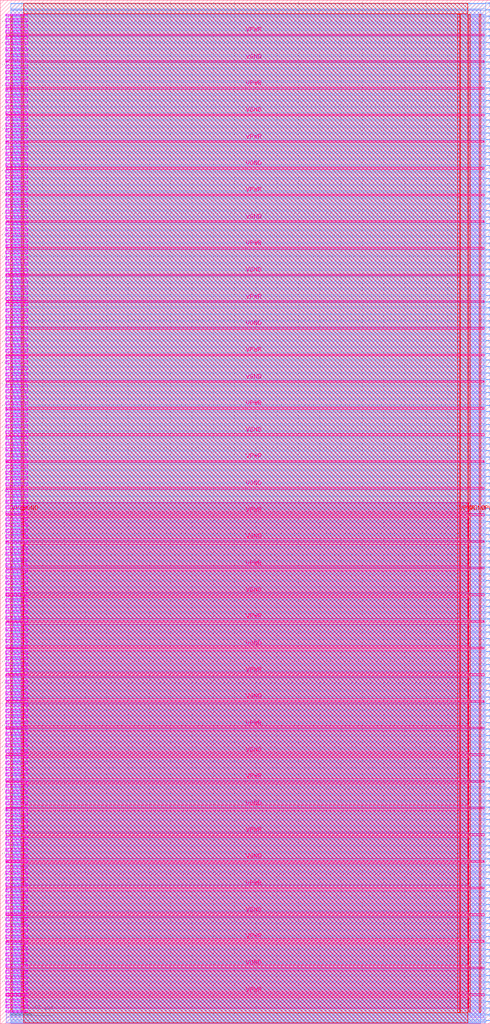
<source format=lef>
VERSION 5.7 ;
  NOWIREEXTENSIONATPIN ON ;
  DIVIDERCHAR "/" ;
  BUSBITCHARS "[]" ;
MACRO storage
  CLASS BLOCK ;
  FOREIGN storage ;
  ORIGIN 0.000 0.000 ;
  SIZE 460.000 BY 960.000 ;
  PIN mgmt_addr[0]
    DIRECTION INPUT ;
    USE SIGNAL ;
    PORT
      LAYER met3 ;
        RECT 456.000 440.000 460.000 440.600 ;
    END
  END mgmt_addr[0]
  PIN mgmt_addr[1]
    DIRECTION INPUT ;
    USE SIGNAL ;
    PORT
      LAYER met3 ;
        RECT 456.000 446.120 460.000 446.720 ;
    END
  END mgmt_addr[1]
  PIN mgmt_addr[2]
    DIRECTION INPUT ;
    USE SIGNAL ;
    PORT
      LAYER met3 ;
        RECT 456.000 452.240 460.000 452.840 ;
    END
  END mgmt_addr[2]
  PIN mgmt_addr[3]
    DIRECTION INPUT ;
    USE SIGNAL ;
    PORT
      LAYER met3 ;
        RECT 456.000 458.360 460.000 458.960 ;
    END
  END mgmt_addr[3]
  PIN mgmt_addr[4]
    DIRECTION INPUT ;
    USE SIGNAL ;
    PORT
      LAYER met3 ;
        RECT 456.000 464.480 460.000 465.080 ;
    END
  END mgmt_addr[4]
  PIN mgmt_addr[5]
    DIRECTION INPUT ;
    USE SIGNAL ;
    PORT
      LAYER met3 ;
        RECT 456.000 470.600 460.000 471.200 ;
    END
  END mgmt_addr[5]
  PIN mgmt_addr[6]
    DIRECTION INPUT ;
    USE SIGNAL ;
    PORT
      LAYER met3 ;
        RECT 456.000 476.720 460.000 477.320 ;
    END
  END mgmt_addr[6]
  PIN mgmt_addr[7]
    DIRECTION INPUT ;
    USE SIGNAL ;
    PORT
      LAYER met3 ;
        RECT 456.000 482.840 460.000 483.440 ;
    END
  END mgmt_addr[7]
  PIN mgmt_addr_ro[0]
    DIRECTION INPUT ;
    USE SIGNAL ;
    PORT
      LAYER met3 ;
        RECT 456.000 488.280 460.000 488.880 ;
    END
  END mgmt_addr_ro[0]
  PIN mgmt_addr_ro[1]
    DIRECTION INPUT ;
    USE SIGNAL ;
    PORT
      LAYER met3 ;
        RECT 456.000 494.400 460.000 495.000 ;
    END
  END mgmt_addr_ro[1]
  PIN mgmt_addr_ro[2]
    DIRECTION INPUT ;
    USE SIGNAL ;
    PORT
      LAYER met3 ;
        RECT 456.000 500.520 460.000 501.120 ;
    END
  END mgmt_addr_ro[2]
  PIN mgmt_addr_ro[3]
    DIRECTION INPUT ;
    USE SIGNAL ;
    PORT
      LAYER met3 ;
        RECT 456.000 506.640 460.000 507.240 ;
    END
  END mgmt_addr_ro[3]
  PIN mgmt_addr_ro[4]
    DIRECTION INPUT ;
    USE SIGNAL ;
    PORT
      LAYER met3 ;
        RECT 456.000 512.760 460.000 513.360 ;
    END
  END mgmt_addr_ro[4]
  PIN mgmt_addr_ro[5]
    DIRECTION INPUT ;
    USE SIGNAL ;
    PORT
      LAYER met3 ;
        RECT 456.000 518.880 460.000 519.480 ;
    END
  END mgmt_addr_ro[5]
  PIN mgmt_addr_ro[6]
    DIRECTION INPUT ;
    USE SIGNAL ;
    PORT
      LAYER met3 ;
        RECT 456.000 525.000 460.000 525.600 ;
    END
  END mgmt_addr_ro[6]
  PIN mgmt_addr_ro[7]
    DIRECTION INPUT ;
    USE SIGNAL ;
    PORT
      LAYER met3 ;
        RECT 456.000 531.120 460.000 531.720 ;
    END
  END mgmt_addr_ro[7]
  PIN mgmt_clk
    DIRECTION INPUT ;
    USE SIGNAL ;
    PORT
      LAYER met3 ;
        RECT 456.000 433.880 460.000 434.480 ;
    END
  END mgmt_clk
  PIN mgmt_ena[0]
    DIRECTION INPUT ;
    USE SIGNAL ;
    PORT
      LAYER met3 ;
        RECT 456.000 2.760 460.000 3.360 ;
    END
  END mgmt_ena[0]
  PIN mgmt_ena[1]
    DIRECTION INPUT ;
    USE SIGNAL ;
    PORT
      LAYER met3 ;
        RECT 456.000 731.720 460.000 732.320 ;
    END
  END mgmt_ena[1]
  PIN mgmt_ena_ro
    DIRECTION INPUT ;
    USE SIGNAL ;
    PORT
      LAYER met3 ;
        RECT 456.000 8.200 460.000 8.800 ;
    END
  END mgmt_ena_ro
  PIN mgmt_rdata[0]
    DIRECTION OUTPUT TRISTATE ;
    USE SIGNAL ;
    PORT
      LAYER met3 ;
        RECT 456.000 44.920 460.000 45.520 ;
    END
  END mgmt_rdata[0]
  PIN mgmt_rdata[10]
    DIRECTION OUTPUT TRISTATE ;
    USE SIGNAL ;
    PORT
      LAYER met3 ;
        RECT 456.000 105.440 460.000 106.040 ;
    END
  END mgmt_rdata[10]
  PIN mgmt_rdata[11]
    DIRECTION OUTPUT TRISTATE ;
    USE SIGNAL ;
    PORT
      LAYER met3 ;
        RECT 456.000 111.560 460.000 112.160 ;
    END
  END mgmt_rdata[11]
  PIN mgmt_rdata[12]
    DIRECTION OUTPUT TRISTATE ;
    USE SIGNAL ;
    PORT
      LAYER met3 ;
        RECT 456.000 117.680 460.000 118.280 ;
    END
  END mgmt_rdata[12]
  PIN mgmt_rdata[13]
    DIRECTION OUTPUT TRISTATE ;
    USE SIGNAL ;
    PORT
      LAYER met3 ;
        RECT 456.000 123.800 460.000 124.400 ;
    END
  END mgmt_rdata[13]
  PIN mgmt_rdata[14]
    DIRECTION OUTPUT TRISTATE ;
    USE SIGNAL ;
    PORT
      LAYER met3 ;
        RECT 456.000 129.920 460.000 130.520 ;
    END
  END mgmt_rdata[14]
  PIN mgmt_rdata[15]
    DIRECTION OUTPUT TRISTATE ;
    USE SIGNAL ;
    PORT
      LAYER met3 ;
        RECT 456.000 136.040 460.000 136.640 ;
    END
  END mgmt_rdata[15]
  PIN mgmt_rdata[16]
    DIRECTION OUTPUT TRISTATE ;
    USE SIGNAL ;
    PORT
      LAYER met3 ;
        RECT 456.000 142.160 460.000 142.760 ;
    END
  END mgmt_rdata[16]
  PIN mgmt_rdata[17]
    DIRECTION OUTPUT TRISTATE ;
    USE SIGNAL ;
    PORT
      LAYER met3 ;
        RECT 456.000 148.280 460.000 148.880 ;
    END
  END mgmt_rdata[17]
  PIN mgmt_rdata[18]
    DIRECTION OUTPUT TRISTATE ;
    USE SIGNAL ;
    PORT
      LAYER met3 ;
        RECT 456.000 154.400 460.000 155.000 ;
    END
  END mgmt_rdata[18]
  PIN mgmt_rdata[19]
    DIRECTION OUTPUT TRISTATE ;
    USE SIGNAL ;
    PORT
      LAYER met3 ;
        RECT 456.000 160.520 460.000 161.120 ;
    END
  END mgmt_rdata[19]
  PIN mgmt_rdata[1]
    DIRECTION OUTPUT TRISTATE ;
    USE SIGNAL ;
    PORT
      LAYER met3 ;
        RECT 456.000 51.040 460.000 51.640 ;
    END
  END mgmt_rdata[1]
  PIN mgmt_rdata[20]
    DIRECTION OUTPUT TRISTATE ;
    USE SIGNAL ;
    PORT
      LAYER met3 ;
        RECT 456.000 166.640 460.000 167.240 ;
    END
  END mgmt_rdata[20]
  PIN mgmt_rdata[21]
    DIRECTION OUTPUT TRISTATE ;
    USE SIGNAL ;
    PORT
      LAYER met3 ;
        RECT 456.000 172.760 460.000 173.360 ;
    END
  END mgmt_rdata[21]
  PIN mgmt_rdata[22]
    DIRECTION OUTPUT TRISTATE ;
    USE SIGNAL ;
    PORT
      LAYER met3 ;
        RECT 456.000 178.880 460.000 179.480 ;
    END
  END mgmt_rdata[22]
  PIN mgmt_rdata[23]
    DIRECTION OUTPUT TRISTATE ;
    USE SIGNAL ;
    PORT
      LAYER met3 ;
        RECT 456.000 185.000 460.000 185.600 ;
    END
  END mgmt_rdata[23]
  PIN mgmt_rdata[24]
    DIRECTION OUTPUT TRISTATE ;
    USE SIGNAL ;
    PORT
      LAYER met3 ;
        RECT 456.000 191.120 460.000 191.720 ;
    END
  END mgmt_rdata[24]
  PIN mgmt_rdata[25]
    DIRECTION OUTPUT TRISTATE ;
    USE SIGNAL ;
    PORT
      LAYER met3 ;
        RECT 456.000 196.560 460.000 197.160 ;
    END
  END mgmt_rdata[25]
  PIN mgmt_rdata[26]
    DIRECTION OUTPUT TRISTATE ;
    USE SIGNAL ;
    PORT
      LAYER met3 ;
        RECT 456.000 202.680 460.000 203.280 ;
    END
  END mgmt_rdata[26]
  PIN mgmt_rdata[27]
    DIRECTION OUTPUT TRISTATE ;
    USE SIGNAL ;
    PORT
      LAYER met3 ;
        RECT 456.000 208.800 460.000 209.400 ;
    END
  END mgmt_rdata[27]
  PIN mgmt_rdata[28]
    DIRECTION OUTPUT TRISTATE ;
    USE SIGNAL ;
    PORT
      LAYER met3 ;
        RECT 456.000 214.920 460.000 215.520 ;
    END
  END mgmt_rdata[28]
  PIN mgmt_rdata[29]
    DIRECTION OUTPUT TRISTATE ;
    USE SIGNAL ;
    PORT
      LAYER met3 ;
        RECT 456.000 221.040 460.000 221.640 ;
    END
  END mgmt_rdata[29]
  PIN mgmt_rdata[2]
    DIRECTION OUTPUT TRISTATE ;
    USE SIGNAL ;
    PORT
      LAYER met3 ;
        RECT 456.000 57.160 460.000 57.760 ;
    END
  END mgmt_rdata[2]
  PIN mgmt_rdata[30]
    DIRECTION OUTPUT TRISTATE ;
    USE SIGNAL ;
    PORT
      LAYER met3 ;
        RECT 456.000 227.160 460.000 227.760 ;
    END
  END mgmt_rdata[30]
  PIN mgmt_rdata[31]
    DIRECTION OUTPUT TRISTATE ;
    USE SIGNAL ;
    PORT
      LAYER met3 ;
        RECT 456.000 233.280 460.000 233.880 ;
    END
  END mgmt_rdata[31]
  PIN mgmt_rdata[32]
    DIRECTION OUTPUT TRISTATE ;
    USE SIGNAL ;
    PORT
      LAYER met3 ;
        RECT 456.000 768.440 460.000 769.040 ;
    END
  END mgmt_rdata[32]
  PIN mgmt_rdata[33]
    DIRECTION OUTPUT TRISTATE ;
    USE SIGNAL ;
    PORT
      LAYER met3 ;
        RECT 456.000 773.880 460.000 774.480 ;
    END
  END mgmt_rdata[33]
  PIN mgmt_rdata[34]
    DIRECTION OUTPUT TRISTATE ;
    USE SIGNAL ;
    PORT
      LAYER met3 ;
        RECT 456.000 780.000 460.000 780.600 ;
    END
  END mgmt_rdata[34]
  PIN mgmt_rdata[35]
    DIRECTION OUTPUT TRISTATE ;
    USE SIGNAL ;
    PORT
      LAYER met3 ;
        RECT 456.000 786.120 460.000 786.720 ;
    END
  END mgmt_rdata[35]
  PIN mgmt_rdata[36]
    DIRECTION OUTPUT TRISTATE ;
    USE SIGNAL ;
    PORT
      LAYER met3 ;
        RECT 456.000 792.240 460.000 792.840 ;
    END
  END mgmt_rdata[36]
  PIN mgmt_rdata[37]
    DIRECTION OUTPUT TRISTATE ;
    USE SIGNAL ;
    PORT
      LAYER met3 ;
        RECT 456.000 798.360 460.000 798.960 ;
    END
  END mgmt_rdata[37]
  PIN mgmt_rdata[38]
    DIRECTION OUTPUT TRISTATE ;
    USE SIGNAL ;
    PORT
      LAYER met3 ;
        RECT 456.000 804.480 460.000 805.080 ;
    END
  END mgmt_rdata[38]
  PIN mgmt_rdata[39]
    DIRECTION OUTPUT TRISTATE ;
    USE SIGNAL ;
    PORT
      LAYER met3 ;
        RECT 456.000 810.600 460.000 811.200 ;
    END
  END mgmt_rdata[39]
  PIN mgmt_rdata[3]
    DIRECTION OUTPUT TRISTATE ;
    USE SIGNAL ;
    PORT
      LAYER met3 ;
        RECT 456.000 63.280 460.000 63.880 ;
    END
  END mgmt_rdata[3]
  PIN mgmt_rdata[40]
    DIRECTION OUTPUT TRISTATE ;
    USE SIGNAL ;
    PORT
      LAYER met3 ;
        RECT 456.000 816.720 460.000 817.320 ;
    END
  END mgmt_rdata[40]
  PIN mgmt_rdata[41]
    DIRECTION OUTPUT TRISTATE ;
    USE SIGNAL ;
    PORT
      LAYER met3 ;
        RECT 456.000 822.840 460.000 823.440 ;
    END
  END mgmt_rdata[41]
  PIN mgmt_rdata[42]
    DIRECTION OUTPUT TRISTATE ;
    USE SIGNAL ;
    PORT
      LAYER met3 ;
        RECT 456.000 828.960 460.000 829.560 ;
    END
  END mgmt_rdata[42]
  PIN mgmt_rdata[43]
    DIRECTION OUTPUT TRISTATE ;
    USE SIGNAL ;
    PORT
      LAYER met3 ;
        RECT 456.000 835.080 460.000 835.680 ;
    END
  END mgmt_rdata[43]
  PIN mgmt_rdata[44]
    DIRECTION OUTPUT TRISTATE ;
    USE SIGNAL ;
    PORT
      LAYER met3 ;
        RECT 456.000 841.200 460.000 841.800 ;
    END
  END mgmt_rdata[44]
  PIN mgmt_rdata[45]
    DIRECTION OUTPUT TRISTATE ;
    USE SIGNAL ;
    PORT
      LAYER met3 ;
        RECT 456.000 847.320 460.000 847.920 ;
    END
  END mgmt_rdata[45]
  PIN mgmt_rdata[46]
    DIRECTION OUTPUT TRISTATE ;
    USE SIGNAL ;
    PORT
      LAYER met3 ;
        RECT 456.000 853.440 460.000 854.040 ;
    END
  END mgmt_rdata[46]
  PIN mgmt_rdata[47]
    DIRECTION OUTPUT TRISTATE ;
    USE SIGNAL ;
    PORT
      LAYER met3 ;
        RECT 456.000 859.560 460.000 860.160 ;
    END
  END mgmt_rdata[47]
  PIN mgmt_rdata[48]
    DIRECTION OUTPUT TRISTATE ;
    USE SIGNAL ;
    PORT
      LAYER met3 ;
        RECT 456.000 865.680 460.000 866.280 ;
    END
  END mgmt_rdata[48]
  PIN mgmt_rdata[49]
    DIRECTION OUTPUT TRISTATE ;
    USE SIGNAL ;
    PORT
      LAYER met3 ;
        RECT 456.000 871.120 460.000 871.720 ;
    END
  END mgmt_rdata[49]
  PIN mgmt_rdata[4]
    DIRECTION OUTPUT TRISTATE ;
    USE SIGNAL ;
    PORT
      LAYER met3 ;
        RECT 456.000 69.400 460.000 70.000 ;
    END
  END mgmt_rdata[4]
  PIN mgmt_rdata[50]
    DIRECTION OUTPUT TRISTATE ;
    USE SIGNAL ;
    PORT
      LAYER met3 ;
        RECT 456.000 877.240 460.000 877.840 ;
    END
  END mgmt_rdata[50]
  PIN mgmt_rdata[51]
    DIRECTION OUTPUT TRISTATE ;
    USE SIGNAL ;
    PORT
      LAYER met3 ;
        RECT 456.000 883.360 460.000 883.960 ;
    END
  END mgmt_rdata[51]
  PIN mgmt_rdata[52]
    DIRECTION OUTPUT TRISTATE ;
    USE SIGNAL ;
    PORT
      LAYER met3 ;
        RECT 456.000 889.480 460.000 890.080 ;
    END
  END mgmt_rdata[52]
  PIN mgmt_rdata[53]
    DIRECTION OUTPUT TRISTATE ;
    USE SIGNAL ;
    PORT
      LAYER met3 ;
        RECT 456.000 895.600 460.000 896.200 ;
    END
  END mgmt_rdata[53]
  PIN mgmt_rdata[54]
    DIRECTION OUTPUT TRISTATE ;
    USE SIGNAL ;
    PORT
      LAYER met3 ;
        RECT 456.000 901.720 460.000 902.320 ;
    END
  END mgmt_rdata[54]
  PIN mgmt_rdata[55]
    DIRECTION OUTPUT TRISTATE ;
    USE SIGNAL ;
    PORT
      LAYER met3 ;
        RECT 456.000 907.840 460.000 908.440 ;
    END
  END mgmt_rdata[55]
  PIN mgmt_rdata[56]
    DIRECTION OUTPUT TRISTATE ;
    USE SIGNAL ;
    PORT
      LAYER met3 ;
        RECT 456.000 913.960 460.000 914.560 ;
    END
  END mgmt_rdata[56]
  PIN mgmt_rdata[57]
    DIRECTION OUTPUT TRISTATE ;
    USE SIGNAL ;
    PORT
      LAYER met3 ;
        RECT 456.000 920.080 460.000 920.680 ;
    END
  END mgmt_rdata[57]
  PIN mgmt_rdata[58]
    DIRECTION OUTPUT TRISTATE ;
    USE SIGNAL ;
    PORT
      LAYER met3 ;
        RECT 456.000 926.200 460.000 926.800 ;
    END
  END mgmt_rdata[58]
  PIN mgmt_rdata[59]
    DIRECTION OUTPUT TRISTATE ;
    USE SIGNAL ;
    PORT
      LAYER met3 ;
        RECT 456.000 932.320 460.000 932.920 ;
    END
  END mgmt_rdata[59]
  PIN mgmt_rdata[5]
    DIRECTION OUTPUT TRISTATE ;
    USE SIGNAL ;
    PORT
      LAYER met3 ;
        RECT 456.000 75.520 460.000 76.120 ;
    END
  END mgmt_rdata[5]
  PIN mgmt_rdata[60]
    DIRECTION OUTPUT TRISTATE ;
    USE SIGNAL ;
    PORT
      LAYER met3 ;
        RECT 456.000 938.440 460.000 939.040 ;
    END
  END mgmt_rdata[60]
  PIN mgmt_rdata[61]
    DIRECTION OUTPUT TRISTATE ;
    USE SIGNAL ;
    PORT
      LAYER met3 ;
        RECT 456.000 944.560 460.000 945.160 ;
    END
  END mgmt_rdata[61]
  PIN mgmt_rdata[62]
    DIRECTION OUTPUT TRISTATE ;
    USE SIGNAL ;
    PORT
      LAYER met3 ;
        RECT 456.000 950.680 460.000 951.280 ;
    END
  END mgmt_rdata[62]
  PIN mgmt_rdata[63]
    DIRECTION OUTPUT TRISTATE ;
    USE SIGNAL ;
    PORT
      LAYER met3 ;
        RECT 456.000 956.800 460.000 957.400 ;
    END
  END mgmt_rdata[63]
  PIN mgmt_rdata[6]
    DIRECTION OUTPUT TRISTATE ;
    USE SIGNAL ;
    PORT
      LAYER met3 ;
        RECT 456.000 81.640 460.000 82.240 ;
    END
  END mgmt_rdata[6]
  PIN mgmt_rdata[7]
    DIRECTION OUTPUT TRISTATE ;
    USE SIGNAL ;
    PORT
      LAYER met3 ;
        RECT 456.000 87.760 460.000 88.360 ;
    END
  END mgmt_rdata[7]
  PIN mgmt_rdata[8]
    DIRECTION OUTPUT TRISTATE ;
    USE SIGNAL ;
    PORT
      LAYER met3 ;
        RECT 456.000 93.880 460.000 94.480 ;
    END
  END mgmt_rdata[8]
  PIN mgmt_rdata[9]
    DIRECTION OUTPUT TRISTATE ;
    USE SIGNAL ;
    PORT
      LAYER met3 ;
        RECT 456.000 99.320 460.000 99.920 ;
    END
  END mgmt_rdata[9]
  PIN mgmt_rdata_ro[0]
    DIRECTION OUTPUT TRISTATE ;
    USE SIGNAL ;
    PORT
      LAYER met3 ;
        RECT 456.000 239.400 460.000 240.000 ;
    END
  END mgmt_rdata_ro[0]
  PIN mgmt_rdata_ro[10]
    DIRECTION OUTPUT TRISTATE ;
    USE SIGNAL ;
    PORT
      LAYER met3 ;
        RECT 456.000 299.920 460.000 300.520 ;
    END
  END mgmt_rdata_ro[10]
  PIN mgmt_rdata_ro[11]
    DIRECTION OUTPUT TRISTATE ;
    USE SIGNAL ;
    PORT
      LAYER met3 ;
        RECT 456.000 306.040 460.000 306.640 ;
    END
  END mgmt_rdata_ro[11]
  PIN mgmt_rdata_ro[12]
    DIRECTION OUTPUT TRISTATE ;
    USE SIGNAL ;
    PORT
      LAYER met3 ;
        RECT 456.000 312.160 460.000 312.760 ;
    END
  END mgmt_rdata_ro[12]
  PIN mgmt_rdata_ro[13]
    DIRECTION OUTPUT TRISTATE ;
    USE SIGNAL ;
    PORT
      LAYER met3 ;
        RECT 456.000 318.280 460.000 318.880 ;
    END
  END mgmt_rdata_ro[13]
  PIN mgmt_rdata_ro[14]
    DIRECTION OUTPUT TRISTATE ;
    USE SIGNAL ;
    PORT
      LAYER met3 ;
        RECT 456.000 324.400 460.000 325.000 ;
    END
  END mgmt_rdata_ro[14]
  PIN mgmt_rdata_ro[15]
    DIRECTION OUTPUT TRISTATE ;
    USE SIGNAL ;
    PORT
      LAYER met3 ;
        RECT 456.000 330.520 460.000 331.120 ;
    END
  END mgmt_rdata_ro[15]
  PIN mgmt_rdata_ro[16]
    DIRECTION OUTPUT TRISTATE ;
    USE SIGNAL ;
    PORT
      LAYER met3 ;
        RECT 456.000 336.640 460.000 337.240 ;
    END
  END mgmt_rdata_ro[16]
  PIN mgmt_rdata_ro[17]
    DIRECTION OUTPUT TRISTATE ;
    USE SIGNAL ;
    PORT
      LAYER met3 ;
        RECT 456.000 342.760 460.000 343.360 ;
    END
  END mgmt_rdata_ro[17]
  PIN mgmt_rdata_ro[18]
    DIRECTION OUTPUT TRISTATE ;
    USE SIGNAL ;
    PORT
      LAYER met3 ;
        RECT 456.000 348.880 460.000 349.480 ;
    END
  END mgmt_rdata_ro[18]
  PIN mgmt_rdata_ro[19]
    DIRECTION OUTPUT TRISTATE ;
    USE SIGNAL ;
    PORT
      LAYER met3 ;
        RECT 456.000 355.000 460.000 355.600 ;
    END
  END mgmt_rdata_ro[19]
  PIN mgmt_rdata_ro[1]
    DIRECTION OUTPUT TRISTATE ;
    USE SIGNAL ;
    PORT
      LAYER met3 ;
        RECT 456.000 245.520 460.000 246.120 ;
    END
  END mgmt_rdata_ro[1]
  PIN mgmt_rdata_ro[20]
    DIRECTION OUTPUT TRISTATE ;
    USE SIGNAL ;
    PORT
      LAYER met3 ;
        RECT 456.000 361.120 460.000 361.720 ;
    END
  END mgmt_rdata_ro[20]
  PIN mgmt_rdata_ro[21]
    DIRECTION OUTPUT TRISTATE ;
    USE SIGNAL ;
    PORT
      LAYER met3 ;
        RECT 456.000 367.240 460.000 367.840 ;
    END
  END mgmt_rdata_ro[21]
  PIN mgmt_rdata_ro[22]
    DIRECTION OUTPUT TRISTATE ;
    USE SIGNAL ;
    PORT
      LAYER met3 ;
        RECT 456.000 373.360 460.000 373.960 ;
    END
  END mgmt_rdata_ro[22]
  PIN mgmt_rdata_ro[23]
    DIRECTION OUTPUT TRISTATE ;
    USE SIGNAL ;
    PORT
      LAYER met3 ;
        RECT 456.000 379.480 460.000 380.080 ;
    END
  END mgmt_rdata_ro[23]
  PIN mgmt_rdata_ro[24]
    DIRECTION OUTPUT TRISTATE ;
    USE SIGNAL ;
    PORT
      LAYER met3 ;
        RECT 456.000 385.600 460.000 386.200 ;
    END
  END mgmt_rdata_ro[24]
  PIN mgmt_rdata_ro[25]
    DIRECTION OUTPUT TRISTATE ;
    USE SIGNAL ;
    PORT
      LAYER met3 ;
        RECT 456.000 391.040 460.000 391.640 ;
    END
  END mgmt_rdata_ro[25]
  PIN mgmt_rdata_ro[26]
    DIRECTION OUTPUT TRISTATE ;
    USE SIGNAL ;
    PORT
      LAYER met3 ;
        RECT 456.000 397.160 460.000 397.760 ;
    END
  END mgmt_rdata_ro[26]
  PIN mgmt_rdata_ro[27]
    DIRECTION OUTPUT TRISTATE ;
    USE SIGNAL ;
    PORT
      LAYER met3 ;
        RECT 456.000 403.280 460.000 403.880 ;
    END
  END mgmt_rdata_ro[27]
  PIN mgmt_rdata_ro[28]
    DIRECTION OUTPUT TRISTATE ;
    USE SIGNAL ;
    PORT
      LAYER met3 ;
        RECT 456.000 409.400 460.000 410.000 ;
    END
  END mgmt_rdata_ro[28]
  PIN mgmt_rdata_ro[29]
    DIRECTION OUTPUT TRISTATE ;
    USE SIGNAL ;
    PORT
      LAYER met3 ;
        RECT 456.000 415.520 460.000 416.120 ;
    END
  END mgmt_rdata_ro[29]
  PIN mgmt_rdata_ro[2]
    DIRECTION OUTPUT TRISTATE ;
    USE SIGNAL ;
    PORT
      LAYER met3 ;
        RECT 456.000 251.640 460.000 252.240 ;
    END
  END mgmt_rdata_ro[2]
  PIN mgmt_rdata_ro[30]
    DIRECTION OUTPUT TRISTATE ;
    USE SIGNAL ;
    PORT
      LAYER met3 ;
        RECT 456.000 421.640 460.000 422.240 ;
    END
  END mgmt_rdata_ro[30]
  PIN mgmt_rdata_ro[31]
    DIRECTION OUTPUT TRISTATE ;
    USE SIGNAL ;
    PORT
      LAYER met3 ;
        RECT 456.000 427.760 460.000 428.360 ;
    END
  END mgmt_rdata_ro[31]
  PIN mgmt_rdata_ro[3]
    DIRECTION OUTPUT TRISTATE ;
    USE SIGNAL ;
    PORT
      LAYER met3 ;
        RECT 456.000 257.760 460.000 258.360 ;
    END
  END mgmt_rdata_ro[3]
  PIN mgmt_rdata_ro[4]
    DIRECTION OUTPUT TRISTATE ;
    USE SIGNAL ;
    PORT
      LAYER met3 ;
        RECT 456.000 263.880 460.000 264.480 ;
    END
  END mgmt_rdata_ro[4]
  PIN mgmt_rdata_ro[5]
    DIRECTION OUTPUT TRISTATE ;
    USE SIGNAL ;
    PORT
      LAYER met3 ;
        RECT 456.000 270.000 460.000 270.600 ;
    END
  END mgmt_rdata_ro[5]
  PIN mgmt_rdata_ro[6]
    DIRECTION OUTPUT TRISTATE ;
    USE SIGNAL ;
    PORT
      LAYER met3 ;
        RECT 456.000 276.120 460.000 276.720 ;
    END
  END mgmt_rdata_ro[6]
  PIN mgmt_rdata_ro[7]
    DIRECTION OUTPUT TRISTATE ;
    USE SIGNAL ;
    PORT
      LAYER met3 ;
        RECT 456.000 282.240 460.000 282.840 ;
    END
  END mgmt_rdata_ro[7]
  PIN mgmt_rdata_ro[8]
    DIRECTION OUTPUT TRISTATE ;
    USE SIGNAL ;
    PORT
      LAYER met3 ;
        RECT 456.000 288.360 460.000 288.960 ;
    END
  END mgmt_rdata_ro[8]
  PIN mgmt_rdata_ro[9]
    DIRECTION OUTPUT TRISTATE ;
    USE SIGNAL ;
    PORT
      LAYER met3 ;
        RECT 456.000 293.800 460.000 294.400 ;
    END
  END mgmt_rdata_ro[9]
  PIN mgmt_wdata[0]
    DIRECTION INPUT ;
    USE SIGNAL ;
    PORT
      LAYER met3 ;
        RECT 456.000 537.240 460.000 537.840 ;
    END
  END mgmt_wdata[0]
  PIN mgmt_wdata[10]
    DIRECTION INPUT ;
    USE SIGNAL ;
    PORT
      LAYER met3 ;
        RECT 456.000 597.760 460.000 598.360 ;
    END
  END mgmt_wdata[10]
  PIN mgmt_wdata[11]
    DIRECTION INPUT ;
    USE SIGNAL ;
    PORT
      LAYER met3 ;
        RECT 456.000 603.880 460.000 604.480 ;
    END
  END mgmt_wdata[11]
  PIN mgmt_wdata[12]
    DIRECTION INPUT ;
    USE SIGNAL ;
    PORT
      LAYER met3 ;
        RECT 456.000 610.000 460.000 610.600 ;
    END
  END mgmt_wdata[12]
  PIN mgmt_wdata[13]
    DIRECTION INPUT ;
    USE SIGNAL ;
    PORT
      LAYER met3 ;
        RECT 456.000 616.120 460.000 616.720 ;
    END
  END mgmt_wdata[13]
  PIN mgmt_wdata[14]
    DIRECTION INPUT ;
    USE SIGNAL ;
    PORT
      LAYER met3 ;
        RECT 456.000 622.240 460.000 622.840 ;
    END
  END mgmt_wdata[14]
  PIN mgmt_wdata[15]
    DIRECTION INPUT ;
    USE SIGNAL ;
    PORT
      LAYER met3 ;
        RECT 456.000 628.360 460.000 628.960 ;
    END
  END mgmt_wdata[15]
  PIN mgmt_wdata[16]
    DIRECTION INPUT ;
    USE SIGNAL ;
    PORT
      LAYER met3 ;
        RECT 456.000 634.480 460.000 635.080 ;
    END
  END mgmt_wdata[16]
  PIN mgmt_wdata[17]
    DIRECTION INPUT ;
    USE SIGNAL ;
    PORT
      LAYER met3 ;
        RECT 456.000 640.600 460.000 641.200 ;
    END
  END mgmt_wdata[17]
  PIN mgmt_wdata[18]
    DIRECTION INPUT ;
    USE SIGNAL ;
    PORT
      LAYER met3 ;
        RECT 456.000 646.720 460.000 647.320 ;
    END
  END mgmt_wdata[18]
  PIN mgmt_wdata[19]
    DIRECTION INPUT ;
    USE SIGNAL ;
    PORT
      LAYER met3 ;
        RECT 456.000 652.840 460.000 653.440 ;
    END
  END mgmt_wdata[19]
  PIN mgmt_wdata[1]
    DIRECTION INPUT ;
    USE SIGNAL ;
    PORT
      LAYER met3 ;
        RECT 456.000 543.360 460.000 543.960 ;
    END
  END mgmt_wdata[1]
  PIN mgmt_wdata[20]
    DIRECTION INPUT ;
    USE SIGNAL ;
    PORT
      LAYER met3 ;
        RECT 456.000 658.960 460.000 659.560 ;
    END
  END mgmt_wdata[20]
  PIN mgmt_wdata[21]
    DIRECTION INPUT ;
    USE SIGNAL ;
    PORT
      LAYER met3 ;
        RECT 456.000 665.080 460.000 665.680 ;
    END
  END mgmt_wdata[21]
  PIN mgmt_wdata[22]
    DIRECTION INPUT ;
    USE SIGNAL ;
    PORT
      LAYER met3 ;
        RECT 456.000 671.200 460.000 671.800 ;
    END
  END mgmt_wdata[22]
  PIN mgmt_wdata[23]
    DIRECTION INPUT ;
    USE SIGNAL ;
    PORT
      LAYER met3 ;
        RECT 456.000 676.640 460.000 677.240 ;
    END
  END mgmt_wdata[23]
  PIN mgmt_wdata[24]
    DIRECTION INPUT ;
    USE SIGNAL ;
    PORT
      LAYER met3 ;
        RECT 456.000 682.760 460.000 683.360 ;
    END
  END mgmt_wdata[24]
  PIN mgmt_wdata[25]
    DIRECTION INPUT ;
    USE SIGNAL ;
    PORT
      LAYER met3 ;
        RECT 456.000 688.880 460.000 689.480 ;
    END
  END mgmt_wdata[25]
  PIN mgmt_wdata[26]
    DIRECTION INPUT ;
    USE SIGNAL ;
    PORT
      LAYER met3 ;
        RECT 456.000 695.000 460.000 695.600 ;
    END
  END mgmt_wdata[26]
  PIN mgmt_wdata[27]
    DIRECTION INPUT ;
    USE SIGNAL ;
    PORT
      LAYER met3 ;
        RECT 456.000 701.120 460.000 701.720 ;
    END
  END mgmt_wdata[27]
  PIN mgmt_wdata[28]
    DIRECTION INPUT ;
    USE SIGNAL ;
    PORT
      LAYER met3 ;
        RECT 456.000 707.240 460.000 707.840 ;
    END
  END mgmt_wdata[28]
  PIN mgmt_wdata[29]
    DIRECTION INPUT ;
    USE SIGNAL ;
    PORT
      LAYER met3 ;
        RECT 456.000 713.360 460.000 713.960 ;
    END
  END mgmt_wdata[29]
  PIN mgmt_wdata[2]
    DIRECTION INPUT ;
    USE SIGNAL ;
    PORT
      LAYER met3 ;
        RECT 456.000 549.480 460.000 550.080 ;
    END
  END mgmt_wdata[2]
  PIN mgmt_wdata[30]
    DIRECTION INPUT ;
    USE SIGNAL ;
    PORT
      LAYER met3 ;
        RECT 456.000 719.480 460.000 720.080 ;
    END
  END mgmt_wdata[30]
  PIN mgmt_wdata[31]
    DIRECTION INPUT ;
    USE SIGNAL ;
    PORT
      LAYER met3 ;
        RECT 456.000 725.600 460.000 726.200 ;
    END
  END mgmt_wdata[31]
  PIN mgmt_wdata[3]
    DIRECTION INPUT ;
    USE SIGNAL ;
    PORT
      LAYER met3 ;
        RECT 456.000 555.600 460.000 556.200 ;
    END
  END mgmt_wdata[3]
  PIN mgmt_wdata[4]
    DIRECTION INPUT ;
    USE SIGNAL ;
    PORT
      LAYER met3 ;
        RECT 456.000 561.720 460.000 562.320 ;
    END
  END mgmt_wdata[4]
  PIN mgmt_wdata[5]
    DIRECTION INPUT ;
    USE SIGNAL ;
    PORT
      LAYER met3 ;
        RECT 456.000 567.840 460.000 568.440 ;
    END
  END mgmt_wdata[5]
  PIN mgmt_wdata[6]
    DIRECTION INPUT ;
    USE SIGNAL ;
    PORT
      LAYER met3 ;
        RECT 456.000 573.960 460.000 574.560 ;
    END
  END mgmt_wdata[6]
  PIN mgmt_wdata[7]
    DIRECTION INPUT ;
    USE SIGNAL ;
    PORT
      LAYER met3 ;
        RECT 456.000 579.400 460.000 580.000 ;
    END
  END mgmt_wdata[7]
  PIN mgmt_wdata[8]
    DIRECTION INPUT ;
    USE SIGNAL ;
    PORT
      LAYER met3 ;
        RECT 456.000 585.520 460.000 586.120 ;
    END
  END mgmt_wdata[8]
  PIN mgmt_wdata[9]
    DIRECTION INPUT ;
    USE SIGNAL ;
    PORT
      LAYER met3 ;
        RECT 456.000 591.640 460.000 592.240 ;
    END
  END mgmt_wdata[9]
  PIN mgmt_wen[0]
    DIRECTION INPUT ;
    USE SIGNAL ;
    PORT
      LAYER met3 ;
        RECT 456.000 14.320 460.000 14.920 ;
    END
  END mgmt_wen[0]
  PIN mgmt_wen[1]
    DIRECTION INPUT ;
    USE SIGNAL ;
    PORT
      LAYER met3 ;
        RECT 456.000 737.840 460.000 738.440 ;
    END
  END mgmt_wen[1]
  PIN mgmt_wen_mask[0]
    DIRECTION INPUT ;
    USE SIGNAL ;
    PORT
      LAYER met3 ;
        RECT 456.000 20.440 460.000 21.040 ;
    END
  END mgmt_wen_mask[0]
  PIN mgmt_wen_mask[1]
    DIRECTION INPUT ;
    USE SIGNAL ;
    PORT
      LAYER met3 ;
        RECT 456.000 26.560 460.000 27.160 ;
    END
  END mgmt_wen_mask[1]
  PIN mgmt_wen_mask[2]
    DIRECTION INPUT ;
    USE SIGNAL ;
    PORT
      LAYER met3 ;
        RECT 456.000 32.680 460.000 33.280 ;
    END
  END mgmt_wen_mask[2]
  PIN mgmt_wen_mask[3]
    DIRECTION INPUT ;
    USE SIGNAL ;
    PORT
      LAYER met3 ;
        RECT 456.000 38.800 460.000 39.400 ;
    END
  END mgmt_wen_mask[3]
  PIN mgmt_wen_mask[4]
    DIRECTION INPUT ;
    USE SIGNAL ;
    PORT
      LAYER met3 ;
        RECT 456.000 743.960 460.000 744.560 ;
    END
  END mgmt_wen_mask[4]
  PIN mgmt_wen_mask[5]
    DIRECTION INPUT ;
    USE SIGNAL ;
    PORT
      LAYER met3 ;
        RECT 456.000 750.080 460.000 750.680 ;
    END
  END mgmt_wen_mask[5]
  PIN mgmt_wen_mask[6]
    DIRECTION INPUT ;
    USE SIGNAL ;
    PORT
      LAYER met3 ;
        RECT 456.000 756.200 460.000 756.800 ;
    END
  END mgmt_wen_mask[6]
  PIN mgmt_wen_mask[7]
    DIRECTION INPUT ;
    USE SIGNAL ;
    PORT
      LAYER met3 ;
        RECT 456.000 762.320 460.000 762.920 ;
    END
  END mgmt_wen_mask[7]
  PIN VPWR
    DIRECTION INOUT ;
    USE POWER ;
    PORT
      LAYER met4 ;
        RECT 449.720 10.640 451.320 946.800 ;
    END
  END VPWR
  PIN VPWR
    DIRECTION INOUT ;
    USE POWER ;
    PORT
      LAYER met4 ;
        RECT 429.720 10.640 431.320 946.800 ;
    END
  END VPWR
  PIN VPWR
    DIRECTION INOUT ;
    USE POWER ;
    PORT
      LAYER met4 ;
        RECT 9.720 10.640 11.320 946.800 ;
    END
  END VPWR
  PIN VPWR
    DIRECTION INOUT ;
    USE POWER ;
    PORT
      LAYER met5 ;
        RECT 5.520 926.490 454.480 928.090 ;
    END
  END VPWR
  PIN VPWR
    DIRECTION INOUT ;
    USE POWER ;
    PORT
      LAYER met5 ;
        RECT 5.520 876.490 454.480 878.090 ;
    END
  END VPWR
  PIN VPWR
    DIRECTION INOUT ;
    USE POWER ;
    PORT
      LAYER met5 ;
        RECT 5.520 826.490 454.480 828.090 ;
    END
  END VPWR
  PIN VPWR
    DIRECTION INOUT ;
    USE POWER ;
    PORT
      LAYER met5 ;
        RECT 5.520 776.490 454.480 778.090 ;
    END
  END VPWR
  PIN VPWR
    DIRECTION INOUT ;
    USE POWER ;
    PORT
      LAYER met5 ;
        RECT 5.520 726.490 454.480 728.090 ;
    END
  END VPWR
  PIN VPWR
    DIRECTION INOUT ;
    USE POWER ;
    PORT
      LAYER met5 ;
        RECT 5.520 676.490 454.480 678.090 ;
    END
  END VPWR
  PIN VPWR
    DIRECTION INOUT ;
    USE POWER ;
    PORT
      LAYER met5 ;
        RECT 5.520 626.490 454.480 628.090 ;
    END
  END VPWR
  PIN VPWR
    DIRECTION INOUT ;
    USE POWER ;
    PORT
      LAYER met5 ;
        RECT 5.520 576.490 454.480 578.090 ;
    END
  END VPWR
  PIN VPWR
    DIRECTION INOUT ;
    USE POWER ;
    PORT
      LAYER met5 ;
        RECT 5.520 526.490 454.480 528.090 ;
    END
  END VPWR
  PIN VPWR
    DIRECTION INOUT ;
    USE POWER ;
    PORT
      LAYER met5 ;
        RECT 5.520 476.490 454.480 478.090 ;
    END
  END VPWR
  PIN VPWR
    DIRECTION INOUT ;
    USE POWER ;
    PORT
      LAYER met5 ;
        RECT 5.520 426.490 454.480 428.090 ;
    END
  END VPWR
  PIN VPWR
    DIRECTION INOUT ;
    USE POWER ;
    PORT
      LAYER met5 ;
        RECT 5.520 376.490 454.480 378.090 ;
    END
  END VPWR
  PIN VPWR
    DIRECTION INOUT ;
    USE POWER ;
    PORT
      LAYER met5 ;
        RECT 5.520 326.490 454.480 328.090 ;
    END
  END VPWR
  PIN VPWR
    DIRECTION INOUT ;
    USE POWER ;
    PORT
      LAYER met5 ;
        RECT 5.520 276.490 454.480 278.090 ;
    END
  END VPWR
  PIN VPWR
    DIRECTION INOUT ;
    USE POWER ;
    PORT
      LAYER met5 ;
        RECT 5.520 226.490 454.480 228.090 ;
    END
  END VPWR
  PIN VPWR
    DIRECTION INOUT ;
    USE POWER ;
    PORT
      LAYER met5 ;
        RECT 5.520 176.490 454.480 178.090 ;
    END
  END VPWR
  PIN VPWR
    DIRECTION INOUT ;
    USE POWER ;
    PORT
      LAYER met5 ;
        RECT 5.520 126.490 454.480 128.090 ;
    END
  END VPWR
  PIN VPWR
    DIRECTION INOUT ;
    USE POWER ;
    PORT
      LAYER met5 ;
        RECT 5.520 76.490 454.480 78.090 ;
    END
  END VPWR
  PIN VPWR
    DIRECTION INOUT ;
    USE POWER ;
    PORT
      LAYER met5 ;
        RECT 5.520 26.490 454.480 28.090 ;
    END
  END VPWR
  PIN VGND
    DIRECTION INOUT ;
    USE GROUND ;
    PORT
      LAYER met4 ;
        RECT 439.720 10.640 441.320 946.800 ;
    END
  END VGND
  PIN VGND
    DIRECTION INOUT ;
    USE GROUND ;
    PORT
      LAYER met4 ;
        RECT 19.720 10.640 21.320 946.800 ;
    END
  END VGND
  PIN VGND
    DIRECTION INOUT ;
    USE GROUND ;
    PORT
      LAYER met5 ;
        RECT 5.520 901.490 454.480 903.090 ;
    END
  END VGND
  PIN VGND
    DIRECTION INOUT ;
    USE GROUND ;
    PORT
      LAYER met5 ;
        RECT 5.520 851.490 454.480 853.090 ;
    END
  END VGND
  PIN VGND
    DIRECTION INOUT ;
    USE GROUND ;
    PORT
      LAYER met5 ;
        RECT 5.520 801.490 454.480 803.090 ;
    END
  END VGND
  PIN VGND
    DIRECTION INOUT ;
    USE GROUND ;
    PORT
      LAYER met5 ;
        RECT 5.520 751.490 454.480 753.090 ;
    END
  END VGND
  PIN VGND
    DIRECTION INOUT ;
    USE GROUND ;
    PORT
      LAYER met5 ;
        RECT 5.520 701.490 454.480 703.090 ;
    END
  END VGND
  PIN VGND
    DIRECTION INOUT ;
    USE GROUND ;
    PORT
      LAYER met5 ;
        RECT 5.520 651.490 454.480 653.090 ;
    END
  END VGND
  PIN VGND
    DIRECTION INOUT ;
    USE GROUND ;
    PORT
      LAYER met5 ;
        RECT 5.520 601.490 454.480 603.090 ;
    END
  END VGND
  PIN VGND
    DIRECTION INOUT ;
    USE GROUND ;
    PORT
      LAYER met5 ;
        RECT 5.520 551.490 454.480 553.090 ;
    END
  END VGND
  PIN VGND
    DIRECTION INOUT ;
    USE GROUND ;
    PORT
      LAYER met5 ;
        RECT 5.520 501.490 454.480 503.090 ;
    END
  END VGND
  PIN VGND
    DIRECTION INOUT ;
    USE GROUND ;
    PORT
      LAYER met5 ;
        RECT 5.520 451.490 454.480 453.090 ;
    END
  END VGND
  PIN VGND
    DIRECTION INOUT ;
    USE GROUND ;
    PORT
      LAYER met5 ;
        RECT 5.520 401.490 454.480 403.090 ;
    END
  END VGND
  PIN VGND
    DIRECTION INOUT ;
    USE GROUND ;
    PORT
      LAYER met5 ;
        RECT 5.520 351.490 454.480 353.090 ;
    END
  END VGND
  PIN VGND
    DIRECTION INOUT ;
    USE GROUND ;
    PORT
      LAYER met5 ;
        RECT 5.520 301.490 454.480 303.090 ;
    END
  END VGND
  PIN VGND
    DIRECTION INOUT ;
    USE GROUND ;
    PORT
      LAYER met5 ;
        RECT 5.520 251.490 454.480 253.090 ;
    END
  END VGND
  PIN VGND
    DIRECTION INOUT ;
    USE GROUND ;
    PORT
      LAYER met5 ;
        RECT 5.520 201.490 454.480 203.090 ;
    END
  END VGND
  PIN VGND
    DIRECTION INOUT ;
    USE GROUND ;
    PORT
      LAYER met5 ;
        RECT 5.520 151.490 454.480 153.090 ;
    END
  END VGND
  PIN VGND
    DIRECTION INOUT ;
    USE GROUND ;
    PORT
      LAYER met5 ;
        RECT 5.520 101.490 454.480 103.090 ;
    END
  END VGND
  PIN VGND
    DIRECTION INOUT ;
    USE GROUND ;
    PORT
      LAYER met5 ;
        RECT 5.520 51.490 454.480 53.090 ;
    END
  END VGND
  OBS
      LAYER nwell ;
        RECT 5.330 945.145 25.950 946.750 ;
        RECT 5.330 939.705 25.950 942.535 ;
        RECT 5.330 934.265 25.950 937.095 ;
        RECT 5.330 928.825 25.950 931.655 ;
        RECT 5.330 923.385 25.950 926.215 ;
        RECT 5.330 917.945 25.950 920.775 ;
        RECT 5.330 912.505 25.950 915.335 ;
        RECT 5.330 907.065 25.950 909.895 ;
        RECT 5.330 901.625 25.950 904.455 ;
        RECT 5.330 896.185 25.950 899.015 ;
        RECT 5.330 890.745 25.950 893.575 ;
        RECT 5.330 885.305 25.950 888.135 ;
        RECT 5.330 879.865 25.950 882.695 ;
        RECT 5.330 874.425 25.950 877.255 ;
        RECT 5.330 868.985 25.950 871.815 ;
        RECT 5.330 863.545 25.950 866.375 ;
        RECT 5.330 858.105 25.950 860.935 ;
        RECT 5.330 852.665 25.950 855.495 ;
        RECT 5.330 847.225 25.950 850.055 ;
        RECT 5.330 841.785 25.950 844.615 ;
        RECT 5.330 836.345 25.950 839.175 ;
        RECT 5.330 830.905 25.950 833.735 ;
        RECT 5.330 825.465 25.950 828.295 ;
        RECT 5.330 820.025 25.950 822.855 ;
        RECT 5.330 814.585 25.950 817.415 ;
        RECT 5.330 809.145 25.950 811.975 ;
        RECT 5.330 803.705 25.950 806.535 ;
        RECT 5.330 798.265 25.950 801.095 ;
        RECT 5.330 792.825 25.950 795.655 ;
        RECT 5.330 787.385 25.950 790.215 ;
        RECT 5.330 781.945 25.950 784.775 ;
        RECT 5.330 776.505 25.950 779.335 ;
        RECT 5.330 771.065 25.950 773.895 ;
        RECT 5.330 765.625 25.950 768.455 ;
        RECT 5.330 760.185 25.950 763.015 ;
        RECT 5.330 754.745 25.950 757.575 ;
        RECT 5.330 749.305 25.950 752.135 ;
        RECT 5.330 743.865 25.950 746.695 ;
        RECT 5.330 738.425 25.950 741.255 ;
        RECT 5.330 732.985 25.950 735.815 ;
        RECT 5.330 727.545 25.950 730.375 ;
        RECT 5.330 722.105 25.950 724.935 ;
        RECT 5.330 716.665 25.950 719.495 ;
        RECT 5.330 711.225 25.950 714.055 ;
        RECT 5.330 705.785 25.950 708.615 ;
        RECT 5.330 700.345 25.950 703.175 ;
        RECT 5.330 694.905 25.950 697.735 ;
        RECT 5.330 689.465 25.950 692.295 ;
        RECT 5.330 684.025 25.950 686.855 ;
        RECT 5.330 678.585 25.950 681.415 ;
        RECT 5.330 673.145 25.950 675.975 ;
        RECT 5.330 667.705 25.950 670.535 ;
        RECT 5.330 662.265 25.950 665.095 ;
        RECT 5.330 656.825 25.950 659.655 ;
        RECT 5.330 651.385 25.950 654.215 ;
        RECT 5.330 645.945 25.950 648.775 ;
        RECT 5.330 640.505 25.950 643.335 ;
        RECT 5.330 635.065 25.950 637.895 ;
        RECT 5.330 629.625 25.950 632.455 ;
        RECT 5.330 624.185 25.950 627.015 ;
        RECT 5.330 618.745 25.950 621.575 ;
        RECT 5.330 613.305 25.950 616.135 ;
        RECT 5.330 607.865 25.950 610.695 ;
        RECT 5.330 602.425 25.950 605.255 ;
        RECT 5.330 596.985 25.950 599.815 ;
        RECT 5.330 591.545 25.950 594.375 ;
        RECT 5.330 586.105 25.950 588.935 ;
        RECT 5.330 580.665 25.950 583.495 ;
        RECT 5.330 575.225 25.950 578.055 ;
        RECT 5.330 569.785 25.950 572.615 ;
        RECT 5.330 564.345 25.950 567.175 ;
        RECT 5.330 558.905 25.950 561.735 ;
        RECT 5.330 553.465 25.950 556.295 ;
        RECT 5.330 548.025 25.950 550.855 ;
        RECT 5.330 542.585 25.950 545.415 ;
        RECT 5.330 537.145 25.950 539.975 ;
        RECT 5.330 531.705 25.950 534.535 ;
        RECT 5.330 526.265 25.950 529.095 ;
        RECT 5.330 520.825 25.950 523.655 ;
        RECT 5.330 515.385 25.950 518.215 ;
        RECT 5.330 509.945 25.950 512.775 ;
        RECT 5.330 504.505 25.950 507.335 ;
        RECT 5.330 499.065 25.950 501.895 ;
        RECT 5.330 493.625 25.950 496.455 ;
        RECT 5.330 488.185 25.950 491.015 ;
        RECT 5.330 482.745 25.950 485.575 ;
        RECT 5.330 477.305 25.950 480.135 ;
        RECT 5.330 471.865 25.950 474.695 ;
        RECT 5.330 466.425 25.950 469.255 ;
        RECT 5.330 460.985 25.950 463.815 ;
        RECT 5.330 455.545 25.950 458.375 ;
        RECT 5.330 450.105 25.950 452.935 ;
        RECT 5.330 444.665 25.950 447.495 ;
        RECT 5.330 439.225 25.950 442.055 ;
        RECT 5.330 433.785 25.950 436.615 ;
        RECT 5.330 428.345 25.950 431.175 ;
        RECT 5.330 422.905 25.950 425.735 ;
        RECT 5.330 417.465 25.950 420.295 ;
        RECT 5.330 412.025 25.950 414.855 ;
        RECT 5.330 406.585 25.950 409.415 ;
        RECT 5.330 401.145 25.950 403.975 ;
        RECT 5.330 395.705 25.950 398.535 ;
        RECT 5.330 390.265 25.950 393.095 ;
        RECT 5.330 384.825 25.950 387.655 ;
        RECT 5.330 379.385 25.950 382.215 ;
        RECT 5.330 373.945 25.950 376.775 ;
        RECT 5.330 368.505 25.950 371.335 ;
        RECT 5.330 363.065 25.950 365.895 ;
        RECT 5.330 357.625 25.950 360.455 ;
        RECT 5.330 352.185 25.950 355.015 ;
        RECT 5.330 346.745 25.950 349.575 ;
        RECT 5.330 341.305 25.950 344.135 ;
        RECT 5.330 335.865 25.950 338.695 ;
        RECT 5.330 330.425 25.950 333.255 ;
        RECT 5.330 324.985 25.950 327.815 ;
        RECT 5.330 319.545 25.950 322.375 ;
        RECT 5.330 314.105 25.950 316.935 ;
        RECT 5.330 308.665 25.950 311.495 ;
        RECT 5.330 303.225 25.950 306.055 ;
        RECT 5.330 297.785 25.950 300.615 ;
        RECT 5.330 292.345 25.950 295.175 ;
        RECT 5.330 286.905 25.950 289.735 ;
        RECT 5.330 281.465 25.950 284.295 ;
        RECT 5.330 276.025 25.950 278.855 ;
        RECT 5.330 270.585 25.950 273.415 ;
        RECT 5.330 265.145 25.950 267.975 ;
        RECT 5.330 259.705 25.950 262.535 ;
        RECT 5.330 254.265 25.950 257.095 ;
        RECT 5.330 248.825 25.950 251.655 ;
        RECT 5.330 243.385 25.950 246.215 ;
        RECT 5.330 237.945 25.950 240.775 ;
        RECT 5.330 232.505 25.950 235.335 ;
        RECT 5.330 227.065 25.950 229.895 ;
        RECT 5.330 221.625 25.950 224.455 ;
        RECT 5.330 216.185 25.950 219.015 ;
        RECT 5.330 210.745 25.950 213.575 ;
        RECT 5.330 205.305 25.950 208.135 ;
        RECT 5.330 199.865 25.950 202.695 ;
        RECT 5.330 194.425 25.950 197.255 ;
        RECT 5.330 188.985 25.950 191.815 ;
        RECT 5.330 183.545 25.950 186.375 ;
        RECT 5.330 178.105 25.950 180.935 ;
        RECT 5.330 172.665 25.950 175.495 ;
        RECT 5.330 167.225 25.950 170.055 ;
        RECT 5.330 161.785 25.950 164.615 ;
        RECT 5.330 156.345 25.950 159.175 ;
        RECT 5.330 150.905 25.950 153.735 ;
        RECT 5.330 145.465 25.950 148.295 ;
        RECT 5.330 140.025 25.950 142.855 ;
        RECT 5.330 134.585 25.950 137.415 ;
        RECT 5.330 129.145 25.950 131.975 ;
        RECT 5.330 123.705 25.950 126.535 ;
        RECT 5.330 118.265 25.950 121.095 ;
        RECT 5.330 112.825 25.950 115.655 ;
        RECT 5.330 107.385 25.950 110.215 ;
        RECT 5.330 101.945 25.950 104.775 ;
        RECT 5.330 96.505 25.950 99.335 ;
        RECT 5.330 91.065 25.950 93.895 ;
        RECT 5.330 85.625 25.950 88.455 ;
        RECT 5.330 80.185 25.950 83.015 ;
        RECT 5.330 74.745 25.950 77.575 ;
        RECT 5.330 69.305 25.950 72.135 ;
        RECT 5.330 63.865 25.950 66.695 ;
        RECT 5.330 58.425 25.950 61.255 ;
        RECT 5.330 52.985 25.950 55.815 ;
        RECT 5.330 47.545 25.950 50.375 ;
        RECT 5.330 42.105 25.950 44.935 ;
        RECT 5.330 36.665 25.950 39.495 ;
        RECT 5.330 31.225 25.950 34.055 ;
        RECT 5.330 25.785 25.950 28.615 ;
        RECT 5.330 20.345 25.950 23.175 ;
        RECT 5.330 14.905 25.950 17.735 ;
        RECT 5.330 10.690 25.950 12.295 ;
      LAYER li1 ;
        RECT 5.520 6.205 454.480 946.645 ;
      LAYER met1 ;
        RECT 5.520 0.720 454.480 946.800 ;
      LAYER met2 ;
        RECT 9.780 0.690 451.260 951.165 ;
      LAYER met3 ;
        RECT 9.720 956.400 455.600 957.260 ;
        RECT 9.720 951.680 456.000 956.400 ;
        RECT 9.720 950.280 455.600 951.680 ;
        RECT 9.720 945.560 456.000 950.280 ;
        RECT 9.720 944.160 455.600 945.560 ;
        RECT 9.720 939.440 456.000 944.160 ;
        RECT 9.720 938.040 455.600 939.440 ;
        RECT 9.720 933.320 456.000 938.040 ;
        RECT 9.720 931.920 455.600 933.320 ;
        RECT 9.720 927.200 456.000 931.920 ;
        RECT 9.720 925.800 455.600 927.200 ;
        RECT 9.720 921.080 456.000 925.800 ;
        RECT 9.720 919.680 455.600 921.080 ;
        RECT 9.720 914.960 456.000 919.680 ;
        RECT 9.720 913.560 455.600 914.960 ;
        RECT 9.720 908.840 456.000 913.560 ;
        RECT 9.720 907.440 455.600 908.840 ;
        RECT 9.720 902.720 456.000 907.440 ;
        RECT 9.720 901.320 455.600 902.720 ;
        RECT 9.720 896.600 456.000 901.320 ;
        RECT 9.720 895.200 455.600 896.600 ;
        RECT 9.720 890.480 456.000 895.200 ;
        RECT 9.720 889.080 455.600 890.480 ;
        RECT 9.720 884.360 456.000 889.080 ;
        RECT 9.720 882.960 455.600 884.360 ;
        RECT 9.720 878.240 456.000 882.960 ;
        RECT 9.720 876.840 455.600 878.240 ;
        RECT 9.720 872.120 456.000 876.840 ;
        RECT 9.720 870.720 455.600 872.120 ;
        RECT 9.720 866.680 456.000 870.720 ;
        RECT 9.720 865.280 455.600 866.680 ;
        RECT 9.720 860.560 456.000 865.280 ;
        RECT 9.720 859.160 455.600 860.560 ;
        RECT 9.720 854.440 456.000 859.160 ;
        RECT 9.720 853.040 455.600 854.440 ;
        RECT 9.720 848.320 456.000 853.040 ;
        RECT 9.720 846.920 455.600 848.320 ;
        RECT 9.720 842.200 456.000 846.920 ;
        RECT 9.720 840.800 455.600 842.200 ;
        RECT 9.720 836.080 456.000 840.800 ;
        RECT 9.720 834.680 455.600 836.080 ;
        RECT 9.720 829.960 456.000 834.680 ;
        RECT 9.720 828.560 455.600 829.960 ;
        RECT 9.720 823.840 456.000 828.560 ;
        RECT 9.720 822.440 455.600 823.840 ;
        RECT 9.720 817.720 456.000 822.440 ;
        RECT 9.720 816.320 455.600 817.720 ;
        RECT 9.720 811.600 456.000 816.320 ;
        RECT 9.720 810.200 455.600 811.600 ;
        RECT 9.720 805.480 456.000 810.200 ;
        RECT 9.720 804.080 455.600 805.480 ;
        RECT 9.720 799.360 456.000 804.080 ;
        RECT 9.720 797.960 455.600 799.360 ;
        RECT 9.720 793.240 456.000 797.960 ;
        RECT 9.720 791.840 455.600 793.240 ;
        RECT 9.720 787.120 456.000 791.840 ;
        RECT 9.720 785.720 455.600 787.120 ;
        RECT 9.720 781.000 456.000 785.720 ;
        RECT 9.720 779.600 455.600 781.000 ;
        RECT 9.720 774.880 456.000 779.600 ;
        RECT 9.720 773.480 455.600 774.880 ;
        RECT 9.720 769.440 456.000 773.480 ;
        RECT 9.720 768.040 455.600 769.440 ;
        RECT 9.720 763.320 456.000 768.040 ;
        RECT 9.720 761.920 455.600 763.320 ;
        RECT 9.720 757.200 456.000 761.920 ;
        RECT 9.720 755.800 455.600 757.200 ;
        RECT 9.720 751.080 456.000 755.800 ;
        RECT 9.720 749.680 455.600 751.080 ;
        RECT 9.720 744.960 456.000 749.680 ;
        RECT 9.720 743.560 455.600 744.960 ;
        RECT 9.720 738.840 456.000 743.560 ;
        RECT 9.720 737.440 455.600 738.840 ;
        RECT 9.720 732.720 456.000 737.440 ;
        RECT 9.720 731.320 455.600 732.720 ;
        RECT 9.720 726.600 456.000 731.320 ;
        RECT 9.720 725.200 455.600 726.600 ;
        RECT 9.720 720.480 456.000 725.200 ;
        RECT 9.720 719.080 455.600 720.480 ;
        RECT 9.720 714.360 456.000 719.080 ;
        RECT 9.720 712.960 455.600 714.360 ;
        RECT 9.720 708.240 456.000 712.960 ;
        RECT 9.720 706.840 455.600 708.240 ;
        RECT 9.720 702.120 456.000 706.840 ;
        RECT 9.720 700.720 455.600 702.120 ;
        RECT 9.720 696.000 456.000 700.720 ;
        RECT 9.720 694.600 455.600 696.000 ;
        RECT 9.720 689.880 456.000 694.600 ;
        RECT 9.720 688.480 455.600 689.880 ;
        RECT 9.720 683.760 456.000 688.480 ;
        RECT 9.720 682.360 455.600 683.760 ;
        RECT 9.720 677.640 456.000 682.360 ;
        RECT 9.720 676.240 455.600 677.640 ;
        RECT 9.720 672.200 456.000 676.240 ;
        RECT 9.720 670.800 455.600 672.200 ;
        RECT 9.720 666.080 456.000 670.800 ;
        RECT 9.720 664.680 455.600 666.080 ;
        RECT 9.720 659.960 456.000 664.680 ;
        RECT 9.720 658.560 455.600 659.960 ;
        RECT 9.720 653.840 456.000 658.560 ;
        RECT 9.720 652.440 455.600 653.840 ;
        RECT 9.720 647.720 456.000 652.440 ;
        RECT 9.720 646.320 455.600 647.720 ;
        RECT 9.720 641.600 456.000 646.320 ;
        RECT 9.720 640.200 455.600 641.600 ;
        RECT 9.720 635.480 456.000 640.200 ;
        RECT 9.720 634.080 455.600 635.480 ;
        RECT 9.720 629.360 456.000 634.080 ;
        RECT 9.720 627.960 455.600 629.360 ;
        RECT 9.720 623.240 456.000 627.960 ;
        RECT 9.720 621.840 455.600 623.240 ;
        RECT 9.720 617.120 456.000 621.840 ;
        RECT 9.720 615.720 455.600 617.120 ;
        RECT 9.720 611.000 456.000 615.720 ;
        RECT 9.720 609.600 455.600 611.000 ;
        RECT 9.720 604.880 456.000 609.600 ;
        RECT 9.720 603.480 455.600 604.880 ;
        RECT 9.720 598.760 456.000 603.480 ;
        RECT 9.720 597.360 455.600 598.760 ;
        RECT 9.720 592.640 456.000 597.360 ;
        RECT 9.720 591.240 455.600 592.640 ;
        RECT 9.720 586.520 456.000 591.240 ;
        RECT 9.720 585.120 455.600 586.520 ;
        RECT 9.720 580.400 456.000 585.120 ;
        RECT 9.720 579.000 455.600 580.400 ;
        RECT 9.720 574.960 456.000 579.000 ;
        RECT 9.720 573.560 455.600 574.960 ;
        RECT 9.720 568.840 456.000 573.560 ;
        RECT 9.720 567.440 455.600 568.840 ;
        RECT 9.720 562.720 456.000 567.440 ;
        RECT 9.720 561.320 455.600 562.720 ;
        RECT 9.720 556.600 456.000 561.320 ;
        RECT 9.720 555.200 455.600 556.600 ;
        RECT 9.720 550.480 456.000 555.200 ;
        RECT 9.720 549.080 455.600 550.480 ;
        RECT 9.720 544.360 456.000 549.080 ;
        RECT 9.720 542.960 455.600 544.360 ;
        RECT 9.720 538.240 456.000 542.960 ;
        RECT 9.720 536.840 455.600 538.240 ;
        RECT 9.720 532.120 456.000 536.840 ;
        RECT 9.720 530.720 455.600 532.120 ;
        RECT 9.720 526.000 456.000 530.720 ;
        RECT 9.720 524.600 455.600 526.000 ;
        RECT 9.720 519.880 456.000 524.600 ;
        RECT 9.720 518.480 455.600 519.880 ;
        RECT 9.720 513.760 456.000 518.480 ;
        RECT 9.720 512.360 455.600 513.760 ;
        RECT 9.720 507.640 456.000 512.360 ;
        RECT 9.720 506.240 455.600 507.640 ;
        RECT 9.720 501.520 456.000 506.240 ;
        RECT 9.720 500.120 455.600 501.520 ;
        RECT 9.720 495.400 456.000 500.120 ;
        RECT 9.720 494.000 455.600 495.400 ;
        RECT 9.720 489.280 456.000 494.000 ;
        RECT 9.720 487.880 455.600 489.280 ;
        RECT 9.720 483.840 456.000 487.880 ;
        RECT 9.720 482.440 455.600 483.840 ;
        RECT 9.720 477.720 456.000 482.440 ;
        RECT 9.720 476.320 455.600 477.720 ;
        RECT 9.720 471.600 456.000 476.320 ;
        RECT 9.720 470.200 455.600 471.600 ;
        RECT 9.720 465.480 456.000 470.200 ;
        RECT 9.720 464.080 455.600 465.480 ;
        RECT 9.720 459.360 456.000 464.080 ;
        RECT 9.720 457.960 455.600 459.360 ;
        RECT 9.720 453.240 456.000 457.960 ;
        RECT 9.720 451.840 455.600 453.240 ;
        RECT 9.720 447.120 456.000 451.840 ;
        RECT 9.720 445.720 455.600 447.120 ;
        RECT 9.720 441.000 456.000 445.720 ;
        RECT 9.720 439.600 455.600 441.000 ;
        RECT 9.720 434.880 456.000 439.600 ;
        RECT 9.720 433.480 455.600 434.880 ;
        RECT 9.720 428.760 456.000 433.480 ;
        RECT 9.720 427.360 455.600 428.760 ;
        RECT 9.720 422.640 456.000 427.360 ;
        RECT 9.720 421.240 455.600 422.640 ;
        RECT 9.720 416.520 456.000 421.240 ;
        RECT 9.720 415.120 455.600 416.520 ;
        RECT 9.720 410.400 456.000 415.120 ;
        RECT 9.720 409.000 455.600 410.400 ;
        RECT 9.720 404.280 456.000 409.000 ;
        RECT 9.720 402.880 455.600 404.280 ;
        RECT 9.720 398.160 456.000 402.880 ;
        RECT 9.720 396.760 455.600 398.160 ;
        RECT 9.720 392.040 456.000 396.760 ;
        RECT 9.720 390.640 455.600 392.040 ;
        RECT 9.720 386.600 456.000 390.640 ;
        RECT 9.720 385.200 455.600 386.600 ;
        RECT 9.720 380.480 456.000 385.200 ;
        RECT 9.720 379.080 455.600 380.480 ;
        RECT 9.720 374.360 456.000 379.080 ;
        RECT 9.720 372.960 455.600 374.360 ;
        RECT 9.720 368.240 456.000 372.960 ;
        RECT 9.720 366.840 455.600 368.240 ;
        RECT 9.720 362.120 456.000 366.840 ;
        RECT 9.720 360.720 455.600 362.120 ;
        RECT 9.720 356.000 456.000 360.720 ;
        RECT 9.720 354.600 455.600 356.000 ;
        RECT 9.720 349.880 456.000 354.600 ;
        RECT 9.720 348.480 455.600 349.880 ;
        RECT 9.720 343.760 456.000 348.480 ;
        RECT 9.720 342.360 455.600 343.760 ;
        RECT 9.720 337.640 456.000 342.360 ;
        RECT 9.720 336.240 455.600 337.640 ;
        RECT 9.720 331.520 456.000 336.240 ;
        RECT 9.720 330.120 455.600 331.520 ;
        RECT 9.720 325.400 456.000 330.120 ;
        RECT 9.720 324.000 455.600 325.400 ;
        RECT 9.720 319.280 456.000 324.000 ;
        RECT 9.720 317.880 455.600 319.280 ;
        RECT 9.720 313.160 456.000 317.880 ;
        RECT 9.720 311.760 455.600 313.160 ;
        RECT 9.720 307.040 456.000 311.760 ;
        RECT 9.720 305.640 455.600 307.040 ;
        RECT 9.720 300.920 456.000 305.640 ;
        RECT 9.720 299.520 455.600 300.920 ;
        RECT 9.720 294.800 456.000 299.520 ;
        RECT 9.720 293.400 455.600 294.800 ;
        RECT 9.720 289.360 456.000 293.400 ;
        RECT 9.720 287.960 455.600 289.360 ;
        RECT 9.720 283.240 456.000 287.960 ;
        RECT 9.720 281.840 455.600 283.240 ;
        RECT 9.720 277.120 456.000 281.840 ;
        RECT 9.720 275.720 455.600 277.120 ;
        RECT 9.720 271.000 456.000 275.720 ;
        RECT 9.720 269.600 455.600 271.000 ;
        RECT 9.720 264.880 456.000 269.600 ;
        RECT 9.720 263.480 455.600 264.880 ;
        RECT 9.720 258.760 456.000 263.480 ;
        RECT 9.720 257.360 455.600 258.760 ;
        RECT 9.720 252.640 456.000 257.360 ;
        RECT 9.720 251.240 455.600 252.640 ;
        RECT 9.720 246.520 456.000 251.240 ;
        RECT 9.720 245.120 455.600 246.520 ;
        RECT 9.720 240.400 456.000 245.120 ;
        RECT 9.720 239.000 455.600 240.400 ;
        RECT 9.720 234.280 456.000 239.000 ;
        RECT 9.720 232.880 455.600 234.280 ;
        RECT 9.720 228.160 456.000 232.880 ;
        RECT 9.720 226.760 455.600 228.160 ;
        RECT 9.720 222.040 456.000 226.760 ;
        RECT 9.720 220.640 455.600 222.040 ;
        RECT 9.720 215.920 456.000 220.640 ;
        RECT 9.720 214.520 455.600 215.920 ;
        RECT 9.720 209.800 456.000 214.520 ;
        RECT 9.720 208.400 455.600 209.800 ;
        RECT 9.720 203.680 456.000 208.400 ;
        RECT 9.720 202.280 455.600 203.680 ;
        RECT 9.720 197.560 456.000 202.280 ;
        RECT 9.720 196.160 455.600 197.560 ;
        RECT 9.720 192.120 456.000 196.160 ;
        RECT 9.720 190.720 455.600 192.120 ;
        RECT 9.720 186.000 456.000 190.720 ;
        RECT 9.720 184.600 455.600 186.000 ;
        RECT 9.720 179.880 456.000 184.600 ;
        RECT 9.720 178.480 455.600 179.880 ;
        RECT 9.720 173.760 456.000 178.480 ;
        RECT 9.720 172.360 455.600 173.760 ;
        RECT 9.720 167.640 456.000 172.360 ;
        RECT 9.720 166.240 455.600 167.640 ;
        RECT 9.720 161.520 456.000 166.240 ;
        RECT 9.720 160.120 455.600 161.520 ;
        RECT 9.720 155.400 456.000 160.120 ;
        RECT 9.720 154.000 455.600 155.400 ;
        RECT 9.720 149.280 456.000 154.000 ;
        RECT 9.720 147.880 455.600 149.280 ;
        RECT 9.720 143.160 456.000 147.880 ;
        RECT 9.720 141.760 455.600 143.160 ;
        RECT 9.720 137.040 456.000 141.760 ;
        RECT 9.720 135.640 455.600 137.040 ;
        RECT 9.720 130.920 456.000 135.640 ;
        RECT 9.720 129.520 455.600 130.920 ;
        RECT 9.720 124.800 456.000 129.520 ;
        RECT 9.720 123.400 455.600 124.800 ;
        RECT 9.720 118.680 456.000 123.400 ;
        RECT 9.720 117.280 455.600 118.680 ;
        RECT 9.720 112.560 456.000 117.280 ;
        RECT 9.720 111.160 455.600 112.560 ;
        RECT 9.720 106.440 456.000 111.160 ;
        RECT 9.720 105.040 455.600 106.440 ;
        RECT 9.720 100.320 456.000 105.040 ;
        RECT 9.720 98.920 455.600 100.320 ;
        RECT 9.720 94.880 456.000 98.920 ;
        RECT 9.720 93.480 455.600 94.880 ;
        RECT 9.720 88.760 456.000 93.480 ;
        RECT 9.720 87.360 455.600 88.760 ;
        RECT 9.720 82.640 456.000 87.360 ;
        RECT 9.720 81.240 455.600 82.640 ;
        RECT 9.720 76.520 456.000 81.240 ;
        RECT 9.720 75.120 455.600 76.520 ;
        RECT 9.720 70.400 456.000 75.120 ;
        RECT 9.720 69.000 455.600 70.400 ;
        RECT 9.720 64.280 456.000 69.000 ;
        RECT 9.720 62.880 455.600 64.280 ;
        RECT 9.720 58.160 456.000 62.880 ;
        RECT 9.720 56.760 455.600 58.160 ;
        RECT 9.720 52.040 456.000 56.760 ;
        RECT 9.720 50.640 455.600 52.040 ;
        RECT 9.720 45.920 456.000 50.640 ;
        RECT 9.720 44.520 455.600 45.920 ;
        RECT 9.720 39.800 456.000 44.520 ;
        RECT 9.720 38.400 455.600 39.800 ;
        RECT 9.720 33.680 456.000 38.400 ;
        RECT 9.720 32.280 455.600 33.680 ;
        RECT 9.720 27.560 456.000 32.280 ;
        RECT 9.720 26.160 455.600 27.560 ;
        RECT 9.720 21.440 456.000 26.160 ;
        RECT 9.720 20.040 455.600 21.440 ;
        RECT 9.720 15.320 456.000 20.040 ;
        RECT 9.720 13.920 455.600 15.320 ;
        RECT 9.720 9.200 456.000 13.920 ;
        RECT 9.720 7.800 455.600 9.200 ;
        RECT 9.720 3.760 456.000 7.800 ;
        RECT 9.720 2.360 455.600 3.760 ;
        RECT 9.720 0.855 456.000 2.360 ;
      LAYER met4 ;
        RECT 21.950 947.200 438.970 957.265 ;
        RECT 21.950 10.240 429.320 947.200 ;
        RECT 431.720 10.240 438.970 947.200 ;
        RECT 21.950 0.855 438.970 10.240 ;
      LAYER met5 ;
        RECT 21.740 479.690 439.180 488.700 ;
        RECT 21.740 454.690 439.180 474.890 ;
        RECT 21.740 429.690 439.180 449.890 ;
        RECT 21.740 404.690 439.180 424.890 ;
        RECT 21.740 379.690 439.180 399.890 ;
        RECT 21.740 354.690 439.180 374.890 ;
        RECT 21.740 329.690 439.180 349.890 ;
        RECT 21.740 304.690 439.180 324.890 ;
        RECT 21.740 279.690 439.180 299.890 ;
        RECT 21.740 254.690 439.180 274.890 ;
        RECT 21.740 229.690 439.180 249.890 ;
        RECT 21.740 204.690 439.180 224.890 ;
        RECT 21.740 179.690 439.180 199.890 ;
        RECT 21.740 154.690 439.180 174.890 ;
        RECT 21.740 129.690 439.180 149.890 ;
        RECT 21.740 104.690 439.180 124.890 ;
        RECT 21.740 79.690 439.180 99.890 ;
        RECT 21.740 54.690 439.180 74.890 ;
        RECT 21.740 29.690 439.180 49.890 ;
        RECT 21.740 14.500 439.180 24.890 ;
  END
END storage
END LIBRARY


</source>
